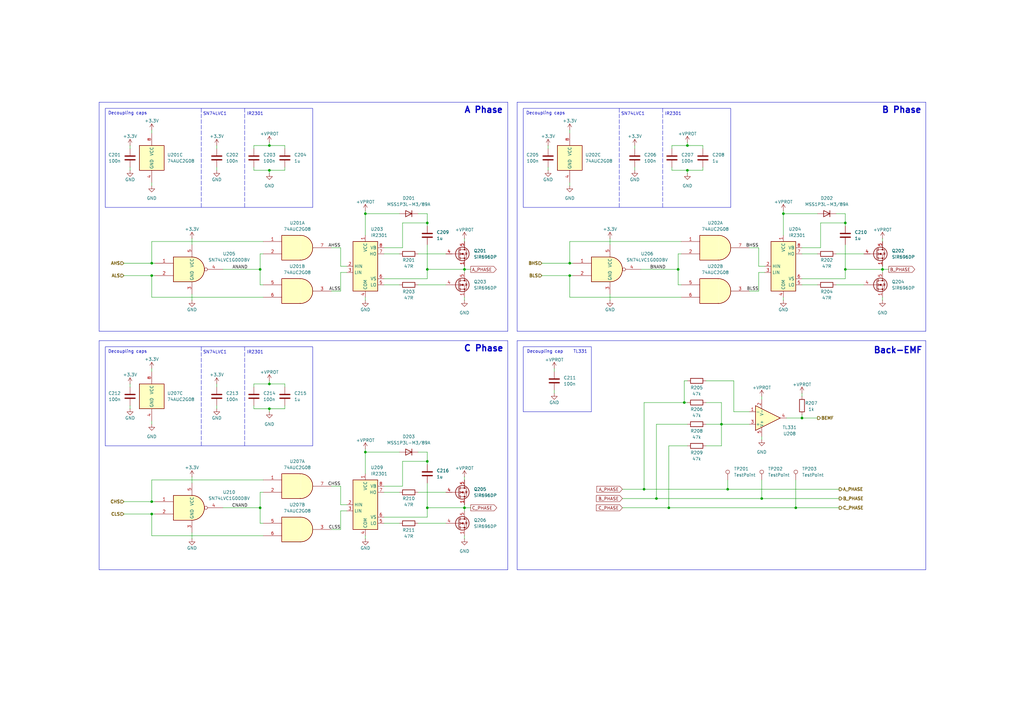
<source format=kicad_sch>
(kicad_sch (version 20250114) (generator "eeschema") (generator_version "9.0")
  (paper "A3")
  (title_block (title "SPROJ3EE ESC & BMS") (date "2025-10-25") (rev "1.0") (company "SDU") (comment 1 "Author: Theodor E. D. Hansen"))
  (lib_symbols
    (symbol "74xGxx:74AUC2G08"
      (property "Reference" "U" (at -2.54 3.81 0))
      (property "Value" "74AUC2G08" (at 0 -3.81 0))
      (symbol "74AUC2G08_1_1"
        (pin input line (at -15.24 2.54 0) (length 7.62) (name "~") (number "1"))
        (pin input line (at -15.24 -2.54 0) (length 7.62) (name "~") (number "2"))
        (pin output line (at 12.7 0 180) (length 7.62) (name "~") (number "7"))
      )
      (symbol "74AUC2G08_2_1"
        (pin input line (at -15.24 2.54 0) (length 7.62) (name "~") (number "5"))
        (pin input line (at -15.24 -2.54 0) (length 7.62) (name "~") (number "6"))
        (pin output line (at 12.7 0 180) (length 7.62) (name "~") (number "3"))
      )
      (symbol "74AUC2G08_3_1"
        (pin power_in line (at 0 10.16 270) (length 5.08) (name "VCC") (number "8"))
        (pin power_in line (at 0 -10.16 90) (length 5.08) (name "GND") (number "4"))
      )
    )
    (symbol "74xGxx:SN74LVC1G00DBV"
      (property "Reference" "U" (at -5.08 7.62 0))
      (property "Value" "SN74LVC1G00DBV" (at 7.62 -7.62 0))
      (symbol "SN74LVC1G00DBV_1_1"
        (pin input line (at -15.24 2.54 0) (length 7.62) (name "~") (number "1"))
        (pin input line (at -15.24 -2.54 0) (length 7.62) (name "~") (number "2"))
        (pin power_in line (at 0 10.16 270) (length 5.08) (name "VCC") (number "5"))
        (pin power_in line (at 0 -10.16 90) (length 5.08) (name "GND") (number "3"))
        (pin output inverted (at 12.7 0 180) (length 7.62) (name "~") (number "4"))
      )
    )
    (symbol "Comparator:TL331" (pin_names (offset 0.127))
      (property "Reference" "U" (at 1.27 5.08 0))
      (property "Value" "TL331" (at 3.81 -5.08 0))
      (symbol "TL331_1_1"
        (pin input line (at -7.62 2.54 0) (length 2.54) (name "+") (number "3"))
        (pin input line (at -7.62 -2.54 0) (length 2.54) (name "-") (number "1"))
        (pin power_in line (at -2.54 7.62 270) (length 3.81) (name "V+") (number "5"))
        (pin power_in line (at -2.54 -7.62 90) (length 3.81) (name "V-") (number "2"))
        (pin open_collector line (at 7.62 0 180) (length 2.54) (name "~") (number "4"))
      )
    )
    (symbol "Connector:TestPoint" (pin_numbers (hide yes)) (pin_names (offset 0.762) (hide yes))
      (property "Reference" "TP" (at 0 6.858 0))
      (property "Value" "TestPoint" (at 0 5.08 0))
      (symbol "TestPoint_1_1"
        (pin passive line (at 0 0 90) (length 2.54) (name "1") (number "1"))
      )
    )
    (symbol "Device:C" (pin_numbers (hide yes)) (pin_names (offset 0.254))
      (property "Reference" "C" (at 0.635 2.54 0))
      (property "Value" "C" (at 0.635 -2.54 0))
      (symbol "C_1_1"
        (pin passive line (at 0 3.81 270) (length 2.794) (name "~") (number "1"))
        (pin passive line (at 0 -3.81 90) (length 2.794) (name "~") (number "2"))
      )
    )
    (symbol "Device:R" (pin_numbers (hide yes)) (pin_names (offset 0))
      (property "Reference" "R" (at 2.032 0 90))
      (property "Value" "R" (at 0 0 90))
      (symbol "R_1_1"
        (pin passive line (at 0 3.81 270) (length 1.27) (name "~") (number "1"))
        (pin passive line (at 0 -3.81 90) (length 1.27) (name "~") (number "2"))
      )
    )
    (symbol "Diode:S2JTR" (pin_numbers (hide yes)) (pin_names (hide yes))
      (property "Reference" "D" (at 0 2.54 0))
      (property "Value" "S2JTR" (at 0 -2.54 0))
      (symbol "S2JTR_1_1"
        (pin passive line (at -3.81 0 0) (length 2.54) (name "K") (number "1"))
        (pin passive line (at 3.81 0 180) (length 2.54) (name "A") (number "2"))
      )
    )
    (symbol "Driver_FET:IR2301"
      (property "Reference" "U" (at 1.27 13.335 0))
      (property "Value" "IR2301" (at 1.27 11.43 0))
      (symbol "IR2301_1_1"
        (pin input line (at -7.62 0 0) (length 2.54) (name "HIN") (number "2"))
        (pin input line (at -7.62 -2.54 0) (length 2.54) (name "LIN") (number "3"))
        (pin power_in line (at 0 12.7 270) (length 2.54) (name "VCC") (number "1"))
        (pin power_in line (at 0 -12.7 90) (length 2.54) (name "COM") (number "4"))
        (pin passive line (at 7.62 7.62 180) (length 2.54) (name "VB") (number "8"))
        (pin output line (at 7.62 5.08 180) (length 2.54) (name "HO") (number "7"))
        (pin passive line (at 7.62 -5.08 180) (length 2.54) (name "VS") (number "6"))
        (pin output line (at 7.62 -7.62 180) (length 2.54) (name "LO") (number "5"))
      )
    )
    (symbol "Transistor_FET:SiR696DP" (pin_names (hide yes))
      (property "Reference" "Q" (at 5.08 1.905 0))
      (property "Value" "SiR696DP" (at 5.08 0 0))
      (symbol "SiR696DP_1_1"
        (pin input line (at -5.08 0 0) (length 2.54) (name "G") (number "4"))
        (pin passive line (at 2.54 5.08 270) (length 2.54) (name "D") (number "5"))
        (pin passive line (at 2.54 -5.08 90) (length 2.54) (name "S") (number "1"))
        (pin passive line (at 2.54 -5.08 90) (length 2.54) (hide yes) (name "S") (number "2"))
        (pin passive line (at 2.54 -5.08 90) (length 2.54) (hide yes) (name "S") (number "3"))
      )
    )
    (symbol "power:+3.3V" (power) (pin_numbers (hide yes)) (pin_names (offset 0) (hide yes))
      (property "Value" "+3.3V" (at 0 3.556 0))
      (symbol "+3.3V_1_1"
        (pin power_in line (at 0 0 90) (length 0) (name "~") (number "1"))
      )
    )
    (symbol "power:GND" (power) (pin_numbers (hide yes)) (pin_names (offset 0) (hide yes))
      (property "Value" "GND" (at 0 -3.81 0))
      (symbol "GND_1_1"
        (pin power_in line (at 0 0 270) (length 0) (name "~") (number "1"))
      )
    )
    (symbol "power:VBUS" (power) (pin_numbers (hide yes)) (pin_names (offset 0) (hide yes))
      (property "Value" "VBUS" (at 0 3.556 0))
      (symbol "VBUS_1_1"
        (pin power_in line (at 0 0 90) (length 0) (name "~") (number "1"))
      )
    )
  )
  (rectangle (start 212.09 41.91) (end 379.73 135.89))
  (rectangle (start 214.63 142.24) (end 242.57 168.91))
  (rectangle (start 214.63 44.45) (end 299.72 85.09))
  (rectangle (start 40.64 139.7) (end 208.28 233.68))
  (rectangle (start 43.18 44.45) (end 128.27 85.09))
  (rectangle (start 43.18 142.24) (end 128.27 182.88))
  (rectangle (start 40.64 41.91) (end 208.28 135.89))
  (rectangle (start 212.09 139.7) (end 379.73 233.68))
  (text "C Phase" (at 198.374 143.002 0) (effects (font (size 2.54 2.54) (thickness 0.508) (bold yes))))
  (text "SN74LVC1" (at 88.138 144.526 0) (effects (font (size 1.27 1.27))))
  (text "Decoupling caps" (at 223.774 46.482 0) (effects (font (size 1.27 1.27))))
  (text "TL331" (at 237.998 144.272 0) (effects (font (size 1.27 1.27))))
  (text "SN74LVC1" (at 88.138 46.736 0) (effects (font (size 1.27 1.27))))
  (text "SN74LVC1" (at 259.588 46.736 0) (effects (font (size 1.27 1.27))))
  (text "IR2301" (at 104.648 144.526 0) (effects (font (size 1.27 1.27))))
  (text "Decoupling caps" (at 52.324 144.272 0) (effects (font (size 1.27 1.27))))
  (text "Decoupling caps" (at 52.324 46.482 0) (effects (font (size 1.27 1.27))))
  (text "B Phase" (at 369.824 45.212 0) (effects (font (size 2.54 2.54) (thickness 0.508) (bold yes))))
  (text "IR2301" (at 276.098 46.736 0) (effects (font (size 1.27 1.27))))
  (text "Back-EMF" (at 368.3 143.764 0) (effects (font (size 2.54 2.54) (thickness 0.508) (bold yes))))
  (text "A Phase" (at 198.374 45.212 0) (effects (font (size 2.54 2.54) (thickness 0.508) (bold yes))))
  (text "Decoupling cap" (at 223.52 144.272 0) (effects (font (size 1.27 1.27))))
  (text "IR2301" (at 104.648 46.736 0) (effects (font (size 1.27 1.27))))
  (junction (at 175.26 91.44))
  (junction (at 62.23 210.82))
  (junction (at 190.5 208.28))
  (junction (at 149.86 87.63))
  (junction (at 175.26 208.28))
  (junction (at 278.13 110.49))
  (junction (at 175.26 110.49))
  (junction (at 321.31 87.63))
  (junction (at 346.71 91.44))
  (junction (at 149.86 185.42))
  (junction (at 110.49 59.69))
  (junction (at 190.5 110.49))
  (junction (at 281.94 59.69))
  (junction (at 175.26 189.23))
  (junction (at 62.23 205.74))
  (junction (at 328.93 171.45))
  (junction (at 110.49 69.85))
  (junction (at 298.45 200.66))
  (junction (at 233.68 107.95))
  (junction (at 281.94 69.85))
  (junction (at 312.42 204.47))
  (junction (at 361.95 110.49))
  (junction (at 106.68 110.49))
  (junction (at 346.71 110.49))
  (junction (at 62.23 107.95))
  (junction (at 280.67 165.1))
  (junction (at 110.49 157.48))
  (junction (at 326.39 208.28))
  (junction (at 233.68 113.03))
  (junction (at 106.68 208.28))
  (junction (at 264.16 200.66))
  (junction (at 269.24 204.47))
  (junction (at 295.91 173.99))
  (junction (at 110.49 167.64))
  (junction (at 62.23 113.03))
  (junction (at 274.32 208.28))
  (wire (pts (xy 346.71 110.49) (xy 361.95 110.49)))
  (wire (pts (xy 298.45 196.85) (xy 298.45 200.66)))
  (wire (pts (xy 139.7 217.17) (xy 139.7 209.55)))
  (wire (pts (xy 107.95 99.06) (xy 62.23 99.06)))
  (wire (pts (xy 233.68 99.06) (xy 233.68 107.95)))
  (wire (pts (xy 175.26 100.33) (xy 175.26 110.49)))
  (wire (pts (xy 274.32 208.28) (xy 326.39 208.28)))
  (wire (pts (xy 361.95 110.49) (xy 364.49 110.49)))
  (wire (pts (xy 62.23 113.03) (xy 63.5 113.03)))
  (wire (pts (xy 53.34 166.37) (xy 53.34 167.64)))
  (wire (pts (xy 346.71 114.3) (xy 346.71 110.49)))
  (wire (pts (xy 175.26 91.44) (xy 175.26 92.71)))
  (wire (pts (xy 50.8 107.95) (xy 62.23 107.95)))
  (wire (pts (xy 50.8 205.74) (xy 62.23 205.74)))
  (wire (pts (xy 175.26 208.28) (xy 190.5 208.28)))
  (wire (pts (xy 62.23 107.95) (xy 63.5 107.95)))
  (wire (pts (xy 361.95 97.79) (xy 361.95 99.06)))
  (wire (pts (xy 274.32 182.88) (xy 281.94 182.88)))
  (polyline (pts (xy 82.55 142.24) (xy 82.55 182.88)) (stroke (width 0) (type dash)))
  (wire (pts (xy 280.67 165.1) (xy 281.94 165.1)))
  (wire (pts (xy 139.7 209.55) (xy 142.24 209.55)))
  (wire (pts (xy 233.68 53.34) (xy 233.68 54.61)))
  (wire (pts (xy 157.48 214.63) (xy 163.83 214.63)))
  (wire (pts (xy 264.16 165.1) (xy 280.67 165.1)))
  (wire (pts (xy 171.45 116.84) (xy 182.88 116.84)))
  (wire (pts (xy 175.26 185.42) (xy 175.26 189.23)))
  (wire (pts (xy 233.68 113.03) (xy 234.95 113.03)))
  (wire (pts (xy 311.15 101.6) (xy 311.15 109.22)))
  (wire (pts (xy 106.68 110.49) (xy 106.68 116.84)))
  (wire (pts (xy 106.68 110.49) (xy 106.68 104.14)))
  (wire (pts (xy 321.31 87.63) (xy 321.31 96.52)))
  (wire (pts (xy 328.93 161.29) (xy 328.93 162.56)))
  (wire (pts (xy 116.84 158.75) (xy 116.84 157.48)))
  (wire (pts (xy 107.95 219.71) (xy 62.23 219.71)))
  (wire (pts (xy 269.24 173.99) (xy 269.24 204.47)))
  (polyline (pts (xy 271.78 44.45) (xy 271.78 85.09)) (stroke (width 0) (type dash)))
  (wire (pts (xy 346.71 91.44) (xy 346.71 92.71)))
  (wire (pts (xy 157.48 199.39) (xy 165.1 199.39)))
  (wire (pts (xy 262.89 110.49) (xy 278.13 110.49)))
  (wire (pts (xy 298.45 200.66) (xy 344.17 200.66)))
  (wire (pts (xy 91.44 208.28) (xy 106.68 208.28)))
  (wire (pts (xy 279.4 116.84) (xy 278.13 116.84)))
  (wire (pts (xy 328.93 114.3) (xy 346.71 114.3)))
  (wire (pts (xy 62.23 99.06) (xy 62.23 107.95)))
  (wire (pts (xy 110.49 69.85) (xy 110.49 71.12)))
  (wire (pts (xy 269.24 173.99) (xy 281.94 173.99)))
  (wire (pts (xy 346.71 87.63) (xy 346.71 91.44)))
  (wire (pts (xy 104.14 157.48) (xy 104.14 158.75)))
  (wire (pts (xy 255.27 200.66) (xy 264.16 200.66)))
  (wire (pts (xy 227.33 160.02) (xy 227.33 161.29)))
  (wire (pts (xy 190.5 110.49) (xy 193.04 110.49)))
  (wire (pts (xy 326.39 196.85) (xy 326.39 208.28)))
  (wire (pts (xy 281.94 58.42) (xy 281.94 59.69)))
  (wire (pts (xy 336.55 91.44) (xy 346.71 91.44)))
  (wire (pts (xy 157.48 114.3) (xy 175.26 114.3)))
  (wire (pts (xy 171.45 104.14) (xy 182.88 104.14)))
  (wire (pts (xy 361.95 121.92) (xy 361.95 123.19)))
  (wire (pts (xy 88.9 157.48) (xy 88.9 158.75)))
  (wire (pts (xy 104.14 59.69) (xy 104.14 60.96)))
  (wire (pts (xy 274.32 182.88) (xy 274.32 208.28)))
  (wire (pts (xy 321.31 121.92) (xy 321.31 123.19)))
  (wire (pts (xy 328.93 171.45) (xy 335.28 171.45)))
  (wire (pts (xy 135.89 119.38) (xy 139.7 119.38)))
  (wire (pts (xy 149.86 219.71) (xy 149.86 220.98)))
  (wire (pts (xy 78.74 120.65) (xy 78.74 123.19)))
  (wire (pts (xy 279.4 121.92) (xy 233.68 121.92)))
  (wire (pts (xy 62.23 196.85) (xy 62.23 205.74)))
  (wire (pts (xy 295.91 173.99) (xy 307.34 173.99)))
  (wire (pts (xy 307.34 119.38) (xy 311.15 119.38)))
  (wire (pts (xy 326.39 208.28) (xy 344.17 208.28)))
  (wire (pts (xy 281.94 69.85) (xy 281.94 71.12)))
  (wire (pts (xy 255.27 208.28) (xy 274.32 208.28)))
  (wire (pts (xy 328.93 116.84) (xy 335.28 116.84)))
  (wire (pts (xy 321.31 86.36) (xy 321.31 87.63)))
  (wire (pts (xy 312.42 162.56) (xy 312.42 163.83)))
  (wire (pts (xy 224.79 68.58) (xy 224.79 69.85)))
  (wire (pts (xy 278.13 110.49) (xy 278.13 116.84)))
  (wire (pts (xy 264.16 165.1) (xy 264.16 200.66)))
  (wire (pts (xy 116.84 60.96) (xy 116.84 59.69)))
  (wire (pts (xy 139.7 109.22) (xy 142.24 109.22)))
  (wire (pts (xy 190.5 121.92) (xy 190.5 123.19)))
  (wire (pts (xy 171.45 87.63) (xy 175.26 87.63)))
  (wire (pts (xy 361.95 110.49) (xy 361.95 111.76)))
  (wire (pts (xy 106.68 208.28) (xy 106.68 214.63)))
  (wire (pts (xy 233.68 107.95) (xy 234.95 107.95)))
  (wire (pts (xy 50.8 113.03) (xy 62.23 113.03)))
  (wire (pts (xy 281.94 59.69) (xy 275.59 59.69)))
  (wire (pts (xy 104.14 167.64) (xy 110.49 167.64)))
  (wire (pts (xy 171.45 201.93) (xy 182.88 201.93)))
  (wire (pts (xy 278.13 104.14) (xy 279.4 104.14)))
  (wire (pts (xy 149.86 86.36) (xy 149.86 87.63)))
  (wire (pts (xy 149.86 185.42) (xy 163.83 185.42)))
  (wire (pts (xy 165.1 101.6) (xy 165.1 91.44)))
  (wire (pts (xy 224.79 59.69) (xy 224.79 60.96)))
  (wire (pts (xy 139.7 111.76) (xy 142.24 111.76)))
  (wire (pts (xy 104.14 166.37) (xy 104.14 167.64)))
  (wire (pts (xy 346.71 100.33) (xy 346.71 110.49)))
  (wire (pts (xy 311.15 119.38) (xy 311.15 111.76)))
  (wire (pts (xy 171.45 214.63) (xy 182.88 214.63)))
  (wire (pts (xy 190.5 207.01) (xy 190.5 208.28)))
  (wire (pts (xy 135.89 199.39) (xy 139.7 199.39)))
  (wire (pts (xy 255.27 204.47) (xy 269.24 204.47)))
  (wire (pts (xy 62.23 219.71) (xy 62.23 210.82)))
  (wire (pts (xy 289.56 173.99) (xy 295.91 173.99)))
  (wire (pts (xy 110.49 157.48) (xy 104.14 157.48)))
  (wire (pts (xy 328.93 101.6) (xy 336.55 101.6)))
  (wire (pts (xy 149.86 184.15) (xy 149.86 185.42)))
  (wire (pts (xy 269.24 204.47) (xy 312.42 204.47)))
  (wire (pts (xy 260.35 59.69) (xy 260.35 60.96)))
  (wire (pts (xy 149.86 87.63) (xy 149.86 96.52)))
  (wire (pts (xy 175.26 114.3) (xy 175.26 110.49)))
  (wire (pts (xy 300.99 156.21) (xy 300.99 168.91)))
  (wire (pts (xy 107.95 196.85) (xy 62.23 196.85)))
  (wire (pts (xy 135.89 101.6) (xy 139.7 101.6)))
  (wire (pts (xy 157.48 101.6) (xy 165.1 101.6)))
  (wire (pts (xy 157.48 104.14) (xy 163.83 104.14)))
  (wire (pts (xy 190.5 97.79) (xy 190.5 99.06)))
  (wire (pts (xy 175.26 198.12) (xy 175.26 208.28)))
  (wire (pts (xy 104.14 69.85) (xy 110.49 69.85)))
  (wire (pts (xy 139.7 199.39) (xy 139.7 207.01)))
  (wire (pts (xy 110.49 59.69) (xy 104.14 59.69)))
  (wire (pts (xy 110.49 167.64) (xy 110.49 168.91)))
  (wire (pts (xy 275.59 69.85) (xy 281.94 69.85)))
  (wire (pts (xy 280.67 156.21) (xy 280.67 165.1)))
  (wire (pts (xy 342.9 104.14) (xy 354.33 104.14)))
  (wire (pts (xy 62.23 205.74) (xy 63.5 205.74)))
  (wire (pts (xy 175.26 87.63) (xy 175.26 91.44)))
  (wire (pts (xy 279.4 99.06) (xy 233.68 99.06)))
  (polyline (pts (xy 254 44.45) (xy 254 85.09)) (stroke (width 0) (type dash)))
  (wire (pts (xy 165.1 91.44) (xy 175.26 91.44)))
  (wire (pts (xy 62.23 172.72) (xy 62.23 173.99)))
  (wire (pts (xy 62.23 210.82) (xy 63.5 210.82)))
  (wire (pts (xy 295.91 182.88) (xy 295.91 173.99)))
  (wire (pts (xy 149.86 87.63) (xy 163.83 87.63)))
  (wire (pts (xy 312.42 204.47) (xy 344.17 204.47)))
  (wire (pts (xy 78.74 195.58) (xy 78.74 198.12)))
  (wire (pts (xy 116.84 167.64) (xy 116.84 166.37)))
  (wire (pts (xy 311.15 109.22) (xy 313.69 109.22)))
  (wire (pts (xy 281.94 156.21) (xy 280.67 156.21)))
  (wire (pts (xy 110.49 167.64) (xy 116.84 167.64)))
  (wire (pts (xy 107.95 116.84) (xy 106.68 116.84)))
  (wire (pts (xy 107.95 121.92) (xy 62.23 121.92)))
  (wire (pts (xy 53.34 68.58) (xy 53.34 69.85)))
  (wire (pts (xy 157.48 116.84) (xy 163.83 116.84)))
  (wire (pts (xy 106.68 104.14) (xy 107.95 104.14)))
  (wire (pts (xy 307.34 101.6) (xy 311.15 101.6)))
  (wire (pts (xy 175.26 212.09) (xy 175.26 208.28)))
  (wire (pts (xy 104.14 68.58) (xy 104.14 69.85)))
  (wire (pts (xy 227.33 151.13) (xy 227.33 152.4)))
  (wire (pts (xy 190.5 208.28) (xy 190.5 209.55)))
  (wire (pts (xy 106.68 201.93) (xy 107.95 201.93)))
  (wire (pts (xy 110.49 58.42) (xy 110.49 59.69)))
  (wire (pts (xy 190.5 208.28) (xy 193.04 208.28)))
  (wire (pts (xy 275.59 59.69) (xy 275.59 60.96)))
  (wire (pts (xy 135.89 217.17) (xy 139.7 217.17)))
  (wire (pts (xy 233.68 121.92) (xy 233.68 113.03)))
  (wire (pts (xy 275.59 68.58) (xy 275.59 69.85)))
  (wire (pts (xy 62.23 53.34) (xy 62.23 54.61)))
  (wire (pts (xy 91.44 110.49) (xy 106.68 110.49)))
  (wire (pts (xy 328.93 171.45) (xy 328.93 170.18)))
  (wire (pts (xy 62.23 151.13) (xy 62.23 152.4)))
  (wire (pts (xy 110.49 156.21) (xy 110.49 157.48)))
  (wire (pts (xy 116.84 69.85) (xy 116.84 68.58)))
  (wire (pts (xy 190.5 219.71) (xy 190.5 220.98)))
  (wire (pts (xy 62.23 74.93) (xy 62.23 76.2)))
  (wire (pts (xy 288.29 69.85) (xy 288.29 68.58)))
  (polyline (pts (xy 100.33 142.24) (xy 100.33 182.88)) (stroke (width 0) (type dash)))
  (wire (pts (xy 110.49 69.85) (xy 116.84 69.85)))
  (wire (pts (xy 106.68 208.28) (xy 106.68 201.93)))
  (wire (pts (xy 278.13 110.49) (xy 278.13 104.14)))
  (wire (pts (xy 165.1 189.23) (xy 175.26 189.23)))
  (wire (pts (xy 53.34 59.69) (xy 53.34 60.96)))
  (wire (pts (xy 281.94 69.85) (xy 288.29 69.85)))
  (wire (pts (xy 289.56 182.88) (xy 295.91 182.88)))
  (wire (pts (xy 149.86 121.92) (xy 149.86 123.19)))
  (wire (pts (xy 78.74 97.79) (xy 78.74 100.33)))
  (wire (pts (xy 311.15 111.76) (xy 313.69 111.76)))
  (wire (pts (xy 175.26 189.23) (xy 175.26 190.5)))
  (wire (pts (xy 88.9 166.37) (xy 88.9 167.64)))
  (wire (pts (xy 289.56 156.21) (xy 300.99 156.21)))
  (wire (pts (xy 328.93 104.14) (xy 335.28 104.14)))
  (wire (pts (xy 250.19 120.65) (xy 250.19 123.19)))
  (wire (pts (xy 116.84 59.69) (xy 110.49 59.69)))
  (wire (pts (xy 139.7 101.6) (xy 139.7 109.22)))
  (wire (pts (xy 342.9 87.63) (xy 346.71 87.63)))
  (wire (pts (xy 53.34 157.48) (xy 53.34 158.75)))
  (wire (pts (xy 149.86 185.42) (xy 149.86 194.31)))
  (wire (pts (xy 233.68 74.93) (xy 233.68 76.2)))
  (wire (pts (xy 175.26 110.49) (xy 190.5 110.49)))
  (wire (pts (xy 107.95 214.63) (xy 106.68 214.63)))
  (wire (pts (xy 342.9 116.84) (xy 354.33 116.84)))
  (wire (pts (xy 165.1 199.39) (xy 165.1 189.23)))
  (wire (pts (xy 336.55 101.6) (xy 336.55 91.44)))
  (wire (pts (xy 88.9 68.58) (xy 88.9 69.85)))
  (wire (pts (xy 190.5 195.58) (xy 190.5 196.85)))
  (wire (pts (xy 288.29 60.96) (xy 288.29 59.69)))
  (wire (pts (xy 222.25 107.95) (xy 233.68 107.95)))
  (wire (pts (xy 88.9 59.69) (xy 88.9 60.96)))
  (wire (pts (xy 139.7 207.01) (xy 142.24 207.01)))
  (wire (pts (xy 139.7 119.38) (xy 139.7 111.76)))
  (wire (pts (xy 190.5 109.22) (xy 190.5 110.49)))
  (wire (pts (xy 157.48 212.09) (xy 175.26 212.09)))
  (wire (pts (xy 157.48 201.93) (xy 163.83 201.93)))
  (wire (pts (xy 321.31 87.63) (xy 335.28 87.63)))
  (wire (pts (xy 300.99 168.91) (xy 307.34 168.91)))
  (wire (pts (xy 62.23 121.92) (xy 62.23 113.03)))
  (wire (pts (xy 322.58 171.45) (xy 328.93 171.45)))
  (wire (pts (xy 264.16 200.66) (xy 298.45 200.66)))
  (wire (pts (xy 260.35 68.58) (xy 260.35 69.85)))
  (wire (pts (xy 222.25 113.03) (xy 233.68 113.03)))
  (wire (pts (xy 295.91 165.1) (xy 295.91 173.99)))
  (polyline (pts (xy 100.33 44.45) (xy 100.33 85.09)) (stroke (width 0) (type dash)))
  (wire (pts (xy 289.56 165.1) (xy 295.91 165.1)))
  (wire (pts (xy 312.42 179.07) (xy 312.42 180.34)))
  (wire (pts (xy 78.74 218.44) (xy 78.74 220.98)))
  (wire (pts (xy 50.8 210.82) (xy 62.23 210.82)))
  (polyline (pts (xy 82.55 44.45) (xy 82.55 85.09)) (stroke (width 0) (type dash)))
  (wire (pts (xy 171.45 185.42) (xy 175.26 185.42)))
  (wire (pts (xy 312.42 196.85) (xy 312.42 204.47)))
  (wire (pts (xy 250.19 97.79) (xy 250.19 100.33)))
  (wire (pts (xy 190.5 110.49) (xy 190.5 111.76)))
  (wire (pts (xy 116.84 157.48) (xy 110.49 157.48)))
  (wire (pts (xy 361.95 109.22) (xy 361.95 110.49)))
  (wire (pts (xy 288.29 59.69) (xy 281.94 59.69)))
  (label "CHSS" (at 139.7 199.39 180))
  (label "BLSS" (at 311.15 119.38 180))
  (label "CLSS" (at 139.7 217.17 180))
  (label "BHSS" (at 311.15 101.6 180))
  (label "AHSS" (at 139.7 101.6 180))
  (label "BNAND" (at 273.05 110.49 180))
  (label "ANAND" (at 101.6 110.49 180))
  (label "ALSS" (at 139.7 119.38 180))
  (label "CNAND" (at 101.6 208.28 180))
  (global_label "B_PHASE" (shape output) (at 364.49 110.49 0) (property "Intersheetrefs" "${INTERSHEET_REFS}" (effects (hide yes))))
  (global_label "C_PHASE" (shape output) (at 193.04 208.28 0) (property "Intersheetrefs" "${INTERSHEET_REFS}" (effects (hide yes))))
  (global_label "C_PHASE" (shape input) (at 255.27 208.28 180) (property "Intersheetrefs" "${INTERSHEET_REFS}" (effects (hide yes))))
  (global_label "A_PHASE" (shape input) (at 255.27 200.66 180) (property "Intersheetrefs" "${INTERSHEET_REFS}" (effects (hide yes))))
  (global_label "A_PHASE" (shape output) (at 193.04 110.49 0) (property "Intersheetrefs" "${INTERSHEET_REFS}" (effects (hide yes))))
  (global_label "B_PHASE" (shape input) (at 255.27 204.47 180) (property "Intersheetrefs" "${INTERSHEET_REFS}" (effects (hide yes))))
  (hierarchical_label "A_PHASE" (shape output) (at 344.17 200.66 0) (effects (font (thickness 0.254) (bold yes))))
  (hierarchical_label "AHS" (shape input) (at 50.8 107.95 180) (effects (font (thickness 0.254) (bold yes))))
  (hierarchical_label "BHS" (shape input) (at 222.25 107.95 180) (effects (font (thickness 0.254) (bold yes))))
  (hierarchical_label "B_PHASE" (shape output) (at 344.17 204.47 0) (effects (font (thickness 0.254) (bold yes))))
  (hierarchical_label "ALS" (shape input) (at 50.8 113.03 180) (effects (font (thickness 0.254) (bold yes))))
  (hierarchical_label "CLS" (shape input) (at 50.8 210.82 180) (effects (font (thickness 0.254) (bold yes))))
  (hierarchical_label "CHS" (shape input) (at 50.8 205.74 180) (effects (font (thickness 0.254) (bold yes))))
  (hierarchical_label "BEMF" (shape output) (at 335.28 171.45 0) (effects (font (thickness 0.254) (bold yes))))
  (hierarchical_label "C_PHASE" (shape output) (at 344.17 208.28 0) (effects (font (thickness 0.254) (bold yes))))
  (hierarchical_label "BLS" (shape input) (at 222.25 113.03 180) (effects (font (thickness 0.254) (bold yes))))
  (symbol (lib_id "power:VBUS") (at 110.49 58.42 0) (unit 1)
    (property "Reference" "#PWR0235" (effects (hide yes)))
    (property "Value" "+VPROT" (at 110.49 54.864 0))
    (property "Description" "Power symbol creates a global label with name \"VBUS\"" (effects (hide yes)))
  )
  (symbol (lib_id "power:GND") (at 312.42 180.34 0) (unit 1)
    (property "Reference" "#PWR0241" (effects (hide yes)))
    (property "Value" "GND" (at 312.42 185.42 0))
    (property "Description" "Power symbol creates a global label with name \"GND\" , ground" (effects (hide yes)))
  )
  (symbol (lib_id "power:GND") (at 149.86 220.98 0) (unit 1)
    (property "Reference" "#PWR0246" (effects (hide yes)))
    (property "Value" "GND" (at 149.86 224.79 0))
    (property "Description" "Power symbol creates a global label with name \"GND\" , ground" (effects (hide yes)))
  )
  (symbol (lib_id "Device:R") (at 285.75 173.99 90) (unit 1)
    (property "Reference" "R208" (at 285.75 176.784 90))
    (property "Value" "47k" (at 285.75 179.324 90))
    (property "Footprint" "Resistor_SMD:R_0603_1608Metric" (effects (hide yes)))
    (property "Description" "Resistor" (effects (hide yes)))
  )
  (symbol (lib_id "Transistor_FET:SiR696DP") (at 187.96 201.93 0) (unit 1)
    (property "Reference" "Q205" (at 194.31 200.6599 0) (effects (justify left)))
    (property "Value" "SiR696DP" (at 194.31 203.1999 0) (effects (justify left)))
    (property "Footprint" "Package_SO:PowerPAK_SO-8_Single" (effects (hide yes)))
    (property "Datasheet" "https://www.vishay.com/docs/65689/sir696dp.pdf" (effects (hide yes)))
    (property "Description" "60A Id, 125V Vds N-Channel MOSFET, 9.6mOhm Ron, 19.4 nC Qg(typ), PowerPAK-8" (effects (hide yes)))
  )
  (symbol (lib_id "Device:R") (at 339.09 116.84 90) (unit 1)
    (property "Reference" "R204" (at 339.09 119.634 90))
    (property "Value" "47R" (at 339.09 122.174 90))
    (property "Footprint" "Resistor_SMD:R_0603_1608Metric" (effects (hide yes)))
    (property "Description" "Resistor" (effects (hide yes)))
  )
  (symbol (lib_id "74xGxx:74AUC2G08") (at 294.64 101.6 0) (unit 1)
    (property "Reference" "U202" (at 293.3589 91.44 0))
    (property "Value" "74AUC2G08" (at 293.3589 93.98 0))
    (property "Footprint" "Package_SO:SSOP-8_2.95x2.8mm_P0.65mm" (effects (hide yes)))
    (property "Datasheet" "http://www.ti.com/lit/sg/scyt129e/scyt129e.pdf" (effects (hide yes)))
    (property "Description" "Dual AND Gate, Low-Voltage CMOS" (effects (hide yes)))
  )
  (symbol (lib_id "power:VBUS") (at 281.94 58.42 0) (unit 1)
    (property "Reference" "#PWR0231" (effects (hide yes)))
    (property "Value" "+VPROT" (at 281.94 54.864 0))
    (property "Description" "Power symbol creates a global label with name \"VBUS\"" (effects (hide yes)))
  )
  (symbol (lib_id "power:GND") (at 281.94 71.12 0) (unit 1)
    (property "Reference" "#PWR0214" (effects (hide yes)))
    (property "Value" "GND" (at 281.94 76.2 0))
    (property "Description" "Power symbol creates a global label with name \"GND\" , ground" (effects (hide yes)))
  )
  (symbol (lib_id "power:GND") (at 88.9 69.85 0) (unit 1)
    (property "Reference" "#PWR0210" (effects (hide yes)))
    (property "Value" "GND" (at 88.9 73.66 0))
    (property "Description" "Power symbol creates a global label with name \"GND\" , ground" (effects (hide yes)))
  )
  (symbol (lib_id "Driver_FET:IR2301") (at 321.31 109.22 0) (unit 1)
    (property "Reference" "U204" (at 323.4533 93.98 0) (effects (justify left)))
    (property "Value" "IR2301" (at 323.4533 96.52 0) (effects (justify left)))
    (property "Footprint" "Package_SO:SOIC-8_3.9x4.9mm_P1.27mm" (effects (hide yes)))
    (property "Datasheet" "https://www.infineon.com/dgdl/ir2301.pdf?fileId=5546d462533600a4015355c97bb216dc" (effects (hide yes)))
    (property "Description" "High and Low Side Driver, 600V, 200/350mA, PDIP-8/SOIC-8" (effects (hide yes)))
  )
  (symbol (lib_id "Transistor_FET:SiR696DP") (at 359.41 104.14 0) (unit 1)
    (property "Reference" "Q202" (at 365.76 102.8699 0) (effects (justify left)))
    (property "Value" "SiR696DP" (at 365.76 105.4099 0) (effects (justify left)))
    (property "Footprint" "Package_SO:PowerPAK_SO-8_Single" (effects (hide yes)))
    (property "Datasheet" "https://www.vishay.com/docs/65689/sir696dp.pdf" (effects (hide yes)))
    (property "Description" "60A Id, 125V Vds N-Channel MOSFET, 9.6mOhm Ron, 19.4 nC Qg(typ), PowerPAK-8" (effects (hide yes)))
  )
  (symbol (lib_id "power:+3.3V") (at 224.79 59.69 0) (unit 1)
    (property "Reference" "#PWR0207" (effects (hide yes)))
    (property "Value" "+3.3V" (at 224.79 55.88 0))
    (property "Description" "Power symbol creates a global label with name \"+3.3V\"" (effects (hide yes)))
  )
  (symbol (lib_id "Device:C") (at 346.71 96.52 0) (unit 1)
    (property "Reference" "C210" (at 350.52 95.2499 0) (effects (justify left)))
    (property "Value" "1u" (at 350.52 97.7899 0) (effects (justify left)))
    (property "Footprint" "Capacitor_SMD:C_0603_1608Metric" (effects (hide yes)))
    (property "Description" "Unpolarized capacitor" (effects (hide yes)))
  )
  (symbol (lib_id "power:VBUS") (at 328.93 161.29 0) (unit 1)
    (property "Reference" "#PWR0242" (effects (hide yes)))
    (property "Value" "+VPROT" (at 328.93 157.734 0))
    (property "Description" "Power symbol creates a global label with name \"VBUS\"" (effects (hide yes)))
  )
  (symbol (lib_id "power:+3.3V") (at 62.23 53.34 0) (unit 1)
    (property "Reference" "#PWR0201" (effects (hide yes)))
    (property "Value" "+3.3V" (at 62.23 49.53 0))
    (property "Description" "Power symbol creates a global label with name \"+3.3V\"" (effects (hide yes)))
  )
  (symbol (lib_id "power:GND") (at 149.86 123.19 0) (unit 1)
    (property "Reference" "#PWR0224" (effects (hide yes)))
    (property "Value" "GND" (at 149.86 127 0))
    (property "Description" "Power symbol creates a global label with name \"GND\" , ground" (effects (hide yes)))
  )
  (symbol (lib_id "Device:R") (at 167.64 201.93 90) (unit 1)
    (property "Reference" "R210" (at 167.64 204.47 90))
    (property "Value" "47R" (at 167.64 207.01 90))
    (property "Footprint" "Resistor_SMD:R_0603_1608Metric" (effects (hide yes)))
    (property "Description" "Resistor" (effects (hide yes)))
  )
  (symbol (lib_id "power:+3.3V") (at 88.9 59.69 0) (unit 1)
    (property "Reference" "#PWR0206" (effects (hide yes)))
    (property "Value" "+3.3V" (at 88.9 55.88 0))
    (property "Description" "Power symbol creates a global label with name \"+3.3V\"" (effects (hide yes)))
  )
  (symbol (lib_id "power:GND") (at 53.34 167.64 0) (unit 1)
    (property "Reference" "#PWR0237" (effects (hide yes)))
    (property "Value" "GND" (at 53.34 171.45 0))
    (property "Description" "Power symbol creates a global label with name \"GND\" , ground" (effects (hide yes)))
  )
  (symbol (lib_id "power:GND") (at 62.23 76.2 0) (unit 1)
    (property "Reference" "#PWR0215" (effects (hide yes)))
    (property "Value" "GND" (at 62.23 81.28 0))
    (property "Description" "Power symbol creates a global label with name \"GND\" , ground" (effects (hide yes)))
  )
  (symbol (lib_id "power:+3.3V") (at 78.74 97.79 0) (unit 1)
    (property "Reference" "#PWR0219" (effects (hide yes)))
    (property "Value" "+3.3V" (at 78.74 93.98 0))
    (property "Description" "Power symbol creates a global label with name \"+3.3V\"" (effects (hide yes)))
  )
  (symbol (lib_id "power:+3.3V") (at 260.35 59.69 0) (unit 1)
    (property "Reference" "#PWR0208" (effects (hide yes)))
    (property "Value" "+3.3V" (at 260.35 55.88 0))
    (property "Description" "Power symbol creates a global label with name \"+3.3V\"" (effects (hide yes)))
  )
  (symbol (lib_id "Connector:TestPoint") (at 312.42 196.85 0) (unit 1)
    (property "Reference" "TP202" (at 314.96 192.2779 0) (effects (justify left)))
    (property "Value" "TestPoint" (at 314.96 194.8179 0) (effects (justify left)))
    (property "Description" "test point" (effects (hide yes)))
  )
  (symbol (lib_id "power:VBUS") (at 321.31 86.36 0) (unit 1)
    (property "Reference" "#PWR0220" (effects (hide yes)))
    (property "Value" "+VPROT" (at 321.31 82.804 0))
    (property "Description" "Power symbol creates a global label with name \"VBUS\"" (effects (hide yes)))
  )
  (symbol (lib_id "power:+3.3V") (at 78.74 195.58 0) (unit 1)
    (property "Reference" "#PWR0243" (effects (hide yes)))
    (property "Value" "+3.3V" (at 78.74 191.77 0))
    (property "Description" "Power symbol creates a global label with name \"+3.3V\"" (effects (hide yes)))
  )
  (symbol (lib_id "Diode:S2JTR") (at 339.09 87.63 180) (unit 1)
    (property "Reference" "D202" (at 339.09 81.28 0))
    (property "Value" "MSS1P3L-M3/89A" (at 339.09 83.82 0))
    (property "Footprint" "Diode_SMD:Vishay_SMPA" (effects (hide yes)))
    (property "Datasheet" "https://www.vishay.com/docs/89020/mss1p3l.pdf" (effects (hide yes)))
    (property "Description" "600V 2A General Purpose Rectifier Diode, SMB" (effects (hide yes)))
    (property "Sim.Device" "D" (effects (hide yes)))
    (property "Sim.Pins" "1=K 2=A" (effects (hide yes)))
  )
  (symbol (lib_id "power:GND") (at 62.23 173.99 0) (unit 1)
    (property "Reference" "#PWR0240" (effects (hide yes)))
    (property "Value" "GND" (at 62.23 179.07 0))
    (property "Description" "Power symbol creates a global label with name \"GND\" , ground" (effects (hide yes)))
  )
  (symbol (lib_id "power:+3.3V") (at 88.9 157.48 0) (unit 1)
    (property "Reference" "#PWR0233" (effects (hide yes)))
    (property "Value" "+3.3V" (at 88.9 153.67 0))
    (property "Description" "Power symbol creates a global label with name \"+3.3V\"" (effects (hide yes)))
  )
  (symbol (lib_id "Transistor_FET:SiR696DP") (at 187.96 104.14 0) (unit 1)
    (property "Reference" "Q201" (at 194.31 102.8699 0) (effects (justify left)))
    (property "Value" "SiR696DP" (at 194.31 105.4099 0) (effects (justify left)))
    (property "Footprint" "Package_SO:PowerPAK_SO-8_Single" (effects (hide yes)))
    (property "Datasheet" "https://www.vishay.com/docs/65689/sir696dp.pdf" (effects (hide yes)))
    (property "Description" "60A Id, 125V Vds N-Channel MOSFET, 9.6mOhm Ron, 19.4 nC Qg(typ), PowerPAK-8" (effects (hide yes)))
  )
  (symbol (lib_id "Connector:TestPoint") (at 298.45 196.85 0) (unit 1)
    (property "Reference" "TP201" (at 300.99 192.2779 0) (effects (justify left)))
    (property "Value" "TestPoint" (at 300.99 194.8179 0) (effects (justify left)))
    (property "Description" "test point" (effects (hide yes)))
  )
  (symbol (lib_id "power:GND") (at 361.95 123.19 0) (unit 1)
    (property "Reference" "#PWR0228" (effects (hide yes)))
    (property "Value" "GND" (at 361.95 128.27 0))
    (property "Description" "Power symbol creates a global label with name \"GND\" , ground" (effects (hide yes)))
  )
  (symbol (lib_id "Device:R") (at 328.93 166.37 180) (unit 1)
    (property "Reference" "R207" (at 332.74 165.354 0))
    (property "Value" "1k" (at 332.74 167.894 0))
    (property "Footprint" "Resistor_SMD:R_0603_1608Metric" (effects (hide yes)))
    (property "Description" "Resistor" (effects (hide yes)))
  )
  (symbol (lib_id "Device:C") (at 116.84 162.56 0) (unit 1)
    (property "Reference" "C215" (at 120.65 161.2899 0) (effects (justify left)))
    (property "Value" "1u" (at 120.65 163.8299 0) (effects (justify left)))
    (property "Footprint" "Capacitor_SMD:C_0603_1608Metric" (effects (hide yes)))
    (property "Description" "Unpolarized capacitor" (effects (hide yes)))
  )
  (symbol (lib_id "Device:C") (at 88.9 64.77 0) (unit 1)
    (property "Reference" "C202" (at 92.71 63.4999 0) (effects (justify left)))
    (property "Value" "100n" (at 92.71 66.0399 0) (effects (justify left)))
    (property "Footprint" "Capacitor_SMD:C_0603_1608Metric" (effects (hide yes)))
    (property "Description" "Unpolarized capacitor" (effects (hide yes)))
  )
  (symbol (lib_id "74xGxx:74AUC2G08") (at 123.19 119.38 0) (unit 2)
    (property "Reference" "U201" (at 121.9089 109.22 0))
    (property "Value" "74AUC2G08" (at 121.9089 111.76 0))
    (property "Footprint" "Package_SO:SSOP-8_2.95x2.8mm_P0.65mm" (effects (hide yes)))
    (property "Datasheet" "http://www.ti.com/lit/sg/scyt129e/scyt129e.pdf" (effects (hide yes)))
    (property "Description" "Dual AND Gate, Low-Voltage CMOS" (effects (hide yes)))
  )
  (symbol (lib_id "Device:C") (at 104.14 64.77 0) (unit 1)
    (property "Reference" "C203" (at 107.95 63.4999 0) (effects (justify left)))
    (property "Value" "100n" (at 107.95 66.0399 0) (effects (justify left)))
    (property "Footprint" "Capacitor_SMD:C_0603_1608Metric" (effects (hide yes)))
    (property "Description" "Unpolarized capacitor" (effects (hide yes)))
  )
  (symbol (lib_id "power:+3.3V") (at 250.19 97.79 0) (unit 1)
    (property "Reference" "#PWR0221" (effects (hide yes)))
    (property "Value" "+3.3V" (at 250.19 93.98 0))
    (property "Description" "Power symbol creates a global label with name \"+3.3V\"" (effects (hide yes)))
  )
  (symbol (lib_id "power:GND") (at 260.35 69.85 0) (unit 1)
    (property "Reference" "#PWR0212" (effects (hide yes)))
    (property "Value" "GND" (at 260.35 73.66 0))
    (property "Description" "Power symbol creates a global label with name \"GND\" , ground" (effects (hide yes)))
  )
  (symbol (lib_id "power:GND") (at 321.31 123.19 0) (unit 1)
    (property "Reference" "#PWR0227" (effects (hide yes)))
    (property "Value" "GND" (at 321.31 127 0))
    (property "Description" "Power symbol creates a global label with name \"GND\" , ground" (effects (hide yes)))
  )
  (symbol (lib_id "power:VBUS") (at 361.95 97.79 0) (unit 1)
    (property "Reference" "#PWR0230" (effects (hide yes)))
    (property "Value" "+VPROT" (at 361.95 94.234 0))
    (property "Description" "Power symbol creates a global label with name \"VBUS\"" (effects (hide yes)))
  )
  (symbol (lib_id "Device:R") (at 167.64 214.63 90) (unit 1)
    (property "Reference" "R211" (at 167.64 217.424 90))
    (property "Value" "47R" (at 167.64 219.964 90))
    (property "Footprint" "Resistor_SMD:R_0603_1608Metric" (effects (hide yes)))
    (property "Description" "Resistor" (effects (hide yes)))
  )
  (symbol (lib_id "Device:C") (at 175.26 194.31 0) (unit 1)
    (property "Reference" "C216" (at 179.07 193.0399 0) (effects (justify left)))
    (property "Value" "1u" (at 179.07 195.5799 0) (effects (justify left)))
    (property "Footprint" "Capacitor_SMD:C_0603_1608Metric" (effects (hide yes)))
    (property "Description" "Unpolarized capacitor" (effects (hide yes)))
  )
  (symbol (lib_id "Device:C") (at 227.33 156.21 0) (unit 1)
    (property "Reference" "C211" (at 231.14 154.9399 0) (effects (justify left)))
    (property "Value" "100n" (at 231.14 157.4799 0) (effects (justify left)))
    (property "Footprint" "Capacitor_SMD:C_0603_1608Metric" (effects (hide yes)))
    (property "Description" "Unpolarized capacitor" (effects (hide yes)))
  )
  (symbol (lib_id "power:GND") (at 227.33 161.29 0) (unit 1)
    (property "Reference" "#PWR0234" (effects (hide yes)))
    (property "Value" "GND" (at 227.33 165.1 0))
    (property "Description" "Power symbol creates a global label with name \"GND\" , ground" (effects (hide yes)))
  )
  (symbol (lib_id "Transistor_FET:SiR696DP") (at 359.41 116.84 0) (unit 1)
    (property "Reference" "Q204" (at 365.76 115.5699 0) (effects (justify left)))
    (property "Value" "SiR696DP" (at 365.76 118.1099 0) (effects (justify left)))
    (property "Footprint" "Package_SO:PowerPAK_SO-8_Single" (effects (hide yes)))
    (property "Datasheet" "https://www.vishay.com/docs/65689/sir696dp.pdf" (effects (hide yes)))
    (property "Description" "60A Id, 125V Vds N-Channel MOSFET, 9.6mOhm Ron, 19.4 nC Qg(typ), PowerPAK-8" (effects (hide yes)))
  )
  (symbol (lib_id "74xGxx:74AUC2G08") (at 294.64 119.38 0) (unit 2)
    (property "Reference" "U202" (at 293.3589 109.22 0))
    (property "Value" "74AUC2G08" (at 293.3589 111.76 0))
    (property "Footprint" "Package_SO:SSOP-8_2.95x2.8mm_P0.65mm" (effects (hide yes)))
    (property "Datasheet" "http://www.ti.com/lit/sg/scyt129e/scyt129e.pdf" (effects (hide yes)))
    (property "Description" "Dual AND Gate, Low-Voltage CMOS" (effects (hide yes)))
  )
  (symbol (lib_id "power:GND") (at 88.9 167.64 0) (unit 1)
    (property "Reference" "#PWR0238" (effects (hide yes)))
    (property "Value" "GND" (at 88.9 171.45 0))
    (property "Description" "Power symbol creates a global label with name \"GND\" , ground" (effects (hide yes)))
  )
  (symbol (lib_id "power:VBUS") (at 312.42 162.56 0) (unit 1)
    (property "Reference" "#PWR0236" (effects (hide yes)))
    (property "Value" "+VPROT" (at 312.42 159.004 0))
    (property "Description" "Power symbol creates a global label with name \"VBUS\"" (effects (hide yes)))
  )
  (symbol (lib_id "power:GND") (at 190.5 220.98 0) (unit 1)
    (property "Reference" "#PWR0247" (effects (hide yes)))
    (property "Value" "GND" (at 190.5 226.06 0))
    (property "Description" "Power symbol creates a global label with name \"GND\" , ground" (effects (hide yes)))
  )
  (symbol (lib_id "Device:C") (at 175.26 96.52 0) (unit 1)
    (property "Reference" "C209" (at 179.07 95.2499 0) (effects (justify left)))
    (property "Value" "1u" (at 179.07 97.7899 0) (effects (justify left)))
    (property "Footprint" "Capacitor_SMD:C_0603_1608Metric" (effects (hide yes)))
    (property "Description" "Unpolarized capacitor" (effects (hide yes)))
  )
  (symbol (lib_id "Device:R") (at 285.75 156.21 270) (unit 1)
    (property "Reference" "R205" (at 285.75 159.004 90))
    (property "Value" "47k" (at 285.75 161.544 90))
    (property "Footprint" "Resistor_SMD:R_0603_1608Metric" (effects (hide yes)))
    (property "Description" "Resistor" (effects (hide yes)))
  )
  (symbol (lib_id "power:GND") (at 233.68 76.2 0) (unit 1)
    (property "Reference" "#PWR0216" (effects (hide yes)))
    (property "Value" "GND" (at 233.68 81.28 0))
    (property "Description" "Power symbol creates a global label with name \"GND\" , ground" (effects (hide yes)))
  )
  (symbol (lib_id "Device:C") (at 288.29 64.77 0) (unit 1)
    (property "Reference" "C208" (at 292.1 63.4999 0) (effects (justify left)))
    (property "Value" "1u" (at 292.1 66.0399 0) (effects (justify left)))
    (property "Footprint" "Capacitor_SMD:C_0603_1608Metric" (effects (hide yes)))
    (property "Description" "Unpolarized capacitor" (effects (hide yes)))
  )
  (symbol (lib_id "Device:R") (at 285.75 165.1 90) (unit 1)
    (property "Reference" "R206" (at 285.75 167.894 90))
    (property "Value" "47k" (at 285.75 170.434 90))
    (property "Footprint" "Resistor_SMD:R_0603_1608Metric" (effects (hide yes)))
    (property "Description" "Resistor" (effects (hide yes)))
  )
  (symbol (lib_id "power:GND") (at 190.5 123.19 0) (unit 1)
    (property "Reference" "#PWR0225" (effects (hide yes)))
    (property "Value" "GND" (at 190.5 128.27 0))
    (property "Description" "Power symbol creates a global label with name \"GND\" , ground" (effects (hide yes)))
  )
  (symbol (lib_id "power:GND") (at 78.74 123.19 0) (unit 1)
    (property "Reference" "#PWR0223" (effects (hide yes)))
    (property "Value" "GND" (at 78.74 127 0))
    (property "Description" "Power symbol creates a global label with name \"GND\" , ground" (effects (hide yes)))
  )
  (symbol (lib_id "power:+3.3V") (at 233.68 53.34 0) (unit 1)
    (property "Reference" "#PWR0202" (effects (hide yes)))
    (property "Value" "+3.3V" (at 233.68 49.53 0))
    (property "Description" "Power symbol creates a global label with name \"+3.3V\"" (effects (hide yes)))
  )
  (symbol (lib_id "power:VBUS") (at 227.33 151.13 0) (unit 1)
    (property "Reference" "#PWR0222" (effects (hide yes)))
    (property "Value" "+VPROT" (at 227.33 147.574 0))
    (property "Description" "Power symbol creates a global label with name \"VBUS\"" (effects (hide yes)))
  )
  (symbol (lib_id "Driver_FET:IR2301") (at 149.86 109.22 0) (unit 1)
    (property "Reference" "U203" (at 152.0033 93.98 0) (effects (justify left)))
    (property "Value" "IR2301" (at 152.0033 96.52 0) (effects (justify left)))
    (property "Footprint" "Package_SO:SOIC-8_3.9x4.9mm_P1.27mm" (effects (hide yes)))
    (property "Datasheet" "https://www.infineon.com/dgdl/ir2301.pdf?fileId=5546d462533600a4015355c97bb216dc" (effects (hide yes)))
    (property "Description" "High and Low Side Driver, 600V, 200/350mA, PDIP-8/SOIC-8" (effects (hide yes)))
  )
  (symbol (lib_id "Driver_FET:IR2301") (at 149.86 207.01 0) (unit 1)
    (property "Reference" "U209" (at 152.0033 191.77 0) (effects (justify left)))
    (property "Value" "IR2301" (at 152.0033 194.31 0) (effects (justify left)))
    (property "Footprint" "Package_SO:SOIC-8_3.9x4.9mm_P1.27mm" (effects (hide yes)))
    (property "Datasheet" "https://www.infineon.com/dgdl/ir2301.pdf?fileId=5546d462533600a4015355c97bb216dc" (effects (hide yes)))
    (property "Description" "High and Low Side Driver, 600V, 200/350mA, PDIP-8/SOIC-8" (effects (hide yes)))
  )
  (symbol (lib_id "Comparator:TL331") (at 314.96 171.45 0) (mirror x) (unit 1)
    (property "Reference" "U208" (at 323.85 177.8702 0))
    (property "Value" "TL331" (at 323.85 175.3302 0))
    (property "Footprint" "Package_TO_SOT_SMD:SOT-23-5" (effects (hide yes)))
    (property "Datasheet" "http://www.ti.com/lit/ds/symlink/tl331.pdf" (effects (hide yes)))
    (property "Description" "Single Differential Comparator with Open-Collector Output, SOT-23-5" (effects (hide yes)))
  )
  (symbol (lib_id "74xGxx:74AUC2G08") (at 123.19 101.6 0) (unit 1)
    (property "Reference" "U201" (at 121.9089 91.44 0))
    (property "Value" "74AUC2G08" (at 121.9089 93.98 0))
    (property "Footprint" "Package_SO:SSOP-8_2.95x2.8mm_P0.65mm" (effects (hide yes)))
    (property "Datasheet" "http://www.ti.com/lit/sg/scyt129e/scyt129e.pdf" (effects (hide yes)))
    (property "Description" "Dual AND Gate, Low-Voltage CMOS" (effects (hide yes)))
  )
  (symbol (lib_id "power:VBUS") (at 110.49 156.21 0) (unit 1)
    (property "Reference" "#PWR0244" (effects (hide yes)))
    (property "Value" "+VPROT" (at 110.49 152.654 0))
    (property "Description" "Power symbol creates a global label with name \"VBUS\"" (effects (hide yes)))
  )
  (symbol (lib_id "power:VBUS") (at 190.5 97.79 0) (unit 1)
    (property "Reference" "#PWR0218" (effects (hide yes)))
    (property "Value" "+VPROT" (at 190.5 94.234 0))
    (property "Description" "Power symbol creates a global label with name \"VBUS\"" (effects (hide yes)))
  )
  (symbol (lib_id "Device:C") (at 53.34 64.77 0) (mirror y) (unit 1)
    (property "Reference" "C201" (at 49.53 63.4999 0) (effects (justify left)))
    (property "Value" "100n" (at 49.53 66.0399 0) (effects (justify left)))
    (property "Footprint" "Capacitor_SMD:C_0603_1608Metric" (effects (hide yes)))
    (property "Description" "Unpolarized capacitor" (effects (hide yes)))
  )
  (symbol (lib_id "Device:R") (at 339.09 104.14 90) (unit 1)
    (property "Reference" "R202" (at 339.09 106.68 90))
    (property "Value" "47R" (at 339.09 109.22 90))
    (property "Footprint" "Resistor_SMD:R_0603_1608Metric" (effects (hide yes)))
    (property "Description" "Resistor" (effects (hide yes)))
  )
  (symbol (lib_id "Device:C") (at 260.35 64.77 0) (unit 1)
    (property "Reference" "C206" (at 264.16 63.4999 0) (effects (justify left)))
    (property "Value" "100n" (at 264.16 66.0399 0) (effects (justify left)))
    (property "Footprint" "Capacitor_SMD:C_0603_1608Metric" (effects (hide yes)))
    (property "Description" "Unpolarized capacitor" (effects (hide yes)))
  )
  (symbol (lib_id "power:GND") (at 53.34 69.85 0) (unit 1)
    (property "Reference" "#PWR0209" (effects (hide yes)))
    (property "Value" "GND" (at 53.34 73.66 0))
    (property "Description" "Power symbol creates a global label with name \"GND\" , ground" (effects (hide yes)))
  )
  (symbol (lib_id "Device:C") (at 88.9 162.56 0) (unit 1)
    (property "Reference" "C213" (at 92.71 161.2899 0) (effects (justify left)))
    (property "Value" "100n" (at 92.71 163.8299 0) (effects (justify left)))
    (property "Footprint" "Capacitor_SMD:C_0603_1608Metric" (effects (hide yes)))
    (property "Description" "Unpolarized capacitor" (effects (hide yes)))
  )
  (symbol (lib_id "Device:C") (at 104.14 162.56 0) (unit 1)
    (property "Reference" "C214" (at 107.95 161.2899 0) (effects (justify left)))
    (property "Value" "100n" (at 107.95 163.8299 0) (effects (justify left)))
    (property "Footprint" "Capacitor_SMD:C_0603_1608Metric" (effects (hide yes)))
    (property "Description" "Unpolarized capacitor" (effects (hide yes)))
  )
  (symbol (lib_id "power:+3.3V") (at 62.23 151.13 0) (unit 1)
    (property "Reference" "#PWR0229" (effects (hide yes)))
    (property "Value" "+3.3V" (at 62.23 147.32 0))
    (property "Description" "Power symbol creates a global label with name \"+3.3V\"" (effects (hide yes)))
  )
  (symbol (lib_id "74xGxx:74AUC2G08") (at 233.68 64.77 0) (unit 3)
    (property "Reference" "U202" (at 240.03 63.4999 0) (effects (justify left)))
    (property "Value" "74AUC2G08" (at 240.03 66.0399 0) (effects (justify left)))
    (property "Footprint" "Package_SO:SSOP-8_2.95x2.8mm_P0.65mm" (effects (hide yes)))
    (property "Datasheet" "http://www.ti.com/lit/sg/scyt129e/scyt129e.pdf" (effects (hide yes)))
    (property "Description" "Dual AND Gate, Low-Voltage CMOS" (effects (hide yes)))
  )
  (symbol (lib_id "74xGxx:SN74LVC1G00DBV") (at 250.19 110.49 0) (unit 1)
    (property "Reference" "U206" (at 265.43 104.0698 0))
    (property "Value" "SN74LVC1G00DBV" (at 265.43 106.6098 0))
    (property "Footprint" "Package_TO_SOT_SMD:SOT-23-5" (effects (hide yes)))
    (property "Datasheet" "http://www.ti.com/lit/ds/symlink/sn74lvc1g00.pdf" (effects (hide yes)))
    (property "Description" "Single NAND Gate, Low-Voltage CMOS, SOT-23" (effects (hide yes)))
  )
  (symbol (lib_id "74xGxx:SN74LVC1G00DBV") (at 78.74 110.49 0) (unit 1)
    (property "Reference" "U205" (at 93.98 104.0698 0))
    (property "Value" "SN74LVC1G00DBV" (at 93.98 106.6098 0))
    (property "Footprint" "Package_TO_SOT_SMD:SOT-23-5" (effects (hide yes)))
    (property "Datasheet" "http://www.ti.com/lit/ds/symlink/sn74lvc1g00.pdf" (effects (hide yes)))
    (property "Description" "Single NAND Gate, Low-Voltage CMOS, SOT-23" (effects (hide yes)))
  )
  (symbol (lib_id "power:GND") (at 110.49 168.91 0) (unit 1)
    (property "Reference" "#PWR0239" (effects (hide yes)))
    (property "Value" "GND" (at 110.49 173.99 0))
    (property "Description" "Power symbol creates a global label with name \"GND\" , ground" (effects (hide yes)))
  )
  (symbol (lib_id "74xGxx:74AUC2G08") (at 62.23 162.56 0) (unit 3)
    (property "Reference" "U207" (at 68.58 161.2899 0) (effects (justify left)))
    (property "Value" "74AUC2G08" (at 68.58 163.8299 0) (effects (justify left)))
    (property "Footprint" "Package_SO:SSOP-8_2.95x2.8mm_P0.65mm" (effects (hide yes)))
    (property "Datasheet" "http://www.ti.com/lit/sg/scyt129e/scyt129e.pdf" (effects (hide yes)))
    (property "Description" "Dual AND Gate, Low-Voltage CMOS" (effects (hide yes)))
  )
  (symbol (lib_id "Device:C") (at 275.59 64.77 0) (unit 1)
    (property "Reference" "C207" (at 279.4 63.4999 0) (effects (justify left)))
    (property "Value" "100n" (at 279.4 66.0399 0) (effects (justify left)))
    (property "Footprint" "Capacitor_SMD:C_0603_1608Metric" (effects (hide yes)))
    (property "Description" "Unpolarized capacitor" (effects (hide yes)))
  )
  (symbol (lib_id "Diode:S2JTR") (at 167.64 87.63 180) (unit 1)
    (property "Reference" "D201" (at 167.64 81.28 0))
    (property "Value" "MSS1P3L-M3/89A" (at 167.64 83.82 0))
    (property "Footprint" "Diode_SMD:Vishay_SMPA" (effects (hide yes)))
    (property "Datasheet" "https://www.vishay.com/docs/89020/mss1p3l.pdf" (effects (hide yes)))
    (property "Description" "600V 2A General Purpose Rectifier Diode, SMB" (effects (hide yes)))
    (property "Sim.Device" "D" (effects (hide yes)))
    (property "Sim.Pins" "1=K 2=A" (effects (hide yes)))
  )
  (symbol (lib_id "74xGxx:74AUC2G08") (at 62.23 64.77 0) (unit 3)
    (property "Reference" "U201" (at 68.58 63.4999 0) (effects (justify left)))
    (property "Value" "74AUC2G08" (at 68.58 66.0399 0) (effects (justify left)))
    (property "Footprint" "Package_SO:SSOP-8_2.95x2.8mm_P0.65mm" (effects (hide yes)))
    (property "Datasheet" "http://www.ti.com/lit/sg/scyt129e/scyt129e.pdf" (effects (hide yes)))
    (property "Description" "Dual AND Gate, Low-Voltage CMOS" (effects (hide yes)))
  )
  (symbol (lib_id "power:VBUS") (at 149.86 184.15 0) (unit 1)
    (property "Reference" "#PWR0203" (effects (hide yes)))
    (property "Value" "+VPROT" (at 149.86 180.594 0))
    (property "Description" "Power symbol creates a global label with name \"VBUS\"" (effects (hide yes)))
  )
  (symbol (lib_id "Device:R") (at 167.64 116.84 90) (unit 1)
    (property "Reference" "R203" (at 167.64 119.634 90))
    (property "Value" "47R" (at 167.64 122.174 90))
    (property "Footprint" "Resistor_SMD:R_0603_1608Metric" (effects (hide yes)))
    (property "Description" "Resistor" (effects (hide yes)))
  )
  (symbol (lib_id "power:+3.3V") (at 53.34 59.69 0) (unit 1)
    (property "Reference" "#PWR0205" (effects (hide yes)))
    (property "Value" "+3.3V" (at 53.34 55.88 0))
    (property "Description" "Power symbol creates a global label with name \"+3.3V\"" (effects (hide yes)))
  )
  (symbol (lib_id "power:GND") (at 224.79 69.85 0) (unit 1)
    (property "Reference" "#PWR0211" (effects (hide yes)))
    (property "Value" "GND" (at 224.79 73.66 0))
    (property "Description" "Power symbol creates a global label with name \"GND\" , ground" (effects (hide yes)))
  )
  (symbol (lib_id "power:GND") (at 78.74 220.98 0) (unit 1)
    (property "Reference" "#PWR0245" (effects (hide yes)))
    (property "Value" "GND" (at 78.74 224.79 0))
    (property "Description" "Power symbol creates a global label with name \"GND\" , ground" (effects (hide yes)))
  )
  (symbol (lib_id "power:+3.3V") (at 53.34 157.48 0) (unit 1)
    (property "Reference" "#PWR0232" (effects (hide yes)))
    (property "Value" "+3.3V" (at 53.34 153.67 0))
    (property "Description" "Power symbol creates a global label with name \"+3.3V\"" (effects (hide yes)))
  )
  (symbol (lib_id "74xGxx:SN74LVC1G00DBV") (at 78.74 208.28 0) (unit 1)
    (property "Reference" "U210" (at 93.98 201.8598 0))
    (property "Value" "SN74LVC1G00DBV" (at 93.98 204.3998 0))
    (property "Footprint" "Package_TO_SOT_SMD:SOT-23-5" (effects (hide yes)))
    (property "Datasheet" "http://www.ti.com/lit/ds/symlink/sn74lvc1g00.pdf" (effects (hide yes)))
    (property "Description" "Single NAND Gate, Low-Voltage CMOS, SOT-23" (effects (hide yes)))
  )
  (symbol (lib_id "Device:C") (at 116.84 64.77 0) (unit 1)
    (property "Reference" "C204" (at 120.65 63.4999 0) (effects (justify left)))
    (property "Value" "1u" (at 120.65 66.0399 0) (effects (justify left)))
    (property "Footprint" "Capacitor_SMD:C_0603_1608Metric" (effects (hide yes)))
    (property "Description" "Unpolarized capacitor" (effects (hide yes)))
  )
  (symbol (lib_id "Device:C") (at 53.34 162.56 0) (mirror y) (unit 1)
    (property "Reference" "C212" (at 49.53 161.2899 0) (effects (justify left)))
    (property "Value" "100n" (at 49.53 163.8299 0) (effects (justify left)))
    (property "Footprint" "Capacitor_SMD:C_0603_1608Metric" (effects (hide yes)))
    (property "Description" "Unpolarized capacitor" (effects (hide yes)))
  )
  (symbol (lib_id "Device:R") (at 167.64 104.14 90) (unit 1)
    (property "Reference" "R201" (at 167.64 106.68 90))
    (property "Value" "47R" (at 167.64 109.22 90))
    (property "Footprint" "Resistor_SMD:R_0603_1608Metric" (effects (hide yes)))
    (property "Description" "Resistor" (effects (hide yes)))
  )
  (symbol (lib_id "Transistor_FET:SiR696DP") (at 187.96 116.84 0) (unit 1)
    (property "Reference" "Q203" (at 194.31 115.5699 0) (effects (justify left)))
    (property "Value" "SiR696DP" (at 194.31 118.1099 0) (effects (justify left)))
    (property "Footprint" "Package_SO:PowerPAK_SO-8_Single" (effects (hide yes)))
    (property "Datasheet" "https://www.vishay.com/docs/65689/sir696dp.pdf" (effects (hide yes)))
    (property "Description" "60A Id, 125V Vds N-Channel MOSFET, 9.6mOhm Ron, 19.4 nC Qg(typ), PowerPAK-8" (effects (hide yes)))
  )
  (symbol (lib_id "Connector:TestPoint") (at 326.39 196.85 0) (unit 1)
    (property "Reference" "TP203" (at 328.93 192.2779 0) (effects (justify left)))
    (property "Value" "TestPoint" (at 328.93 194.8179 0) (effects (justify left)))
    (property "Description" "test point" (effects (hide yes)))
  )
  (symbol (lib_id "power:GND") (at 110.49 71.12 0) (unit 1)
    (property "Reference" "#PWR0213" (effects (hide yes)))
    (property "Value" "GND" (at 110.49 76.2 0))
    (property "Description" "Power symbol creates a global label with name \"GND\" , ground" (effects (hide yes)))
  )
  (symbol (lib_id "Device:R") (at 285.75 182.88 90) (unit 1)
    (property "Reference" "R209" (at 285.75 185.674 90))
    (property "Value" "47k" (at 285.75 188.214 90))
    (property "Footprint" "Resistor_SMD:R_0603_1608Metric" (effects (hide yes)))
    (property "Description" "Resistor" (effects (hide yes)))
  )
  (symbol (lib_id "Diode:S2JTR") (at 167.64 185.42 180) (unit 1)
    (property "Reference" "D203" (at 167.64 179.07 0))
    (property "Value" "MSS1P3L-M3/89A" (at 167.64 181.61 0))
    (property "Footprint" "Diode_SMD:Vishay_SMPA" (effects (hide yes)))
    (property "Datasheet" "https://www.vishay.com/docs/89020/mss1p3l.pdf" (effects (hide yes)))
    (property "Description" "600V 2A General Purpose Rectifier Diode, SMB" (effects (hide yes)))
    (property "Sim.Device" "D" (effects (hide yes)))
    (property "Sim.Pins" "1=K 2=A" (effects (hide yes)))
  )
  (symbol (lib_id "power:VBUS") (at 149.86 86.36 0) (unit 1)
    (property "Reference" "#PWR0217" (effects (hide yes)))
    (property "Value" "+VPROT" (at 149.86 82.804 0))
    (property "Description" "Power symbol creates a global label with name \"VBUS\"" (effects (hide yes)))
  )
  (symbol (lib_id "74xGxx:74AUC2G08") (at 123.19 199.39 0) (unit 1)
    (property "Reference" "U207" (at 121.9089 189.23 0))
    (property "Value" "74AUC2G08" (at 121.9089 191.77 0))
    (property "Footprint" "Package_SO:SSOP-8_2.95x2.8mm_P0.65mm" (effects (hide yes)))
    (property "Datasheet" "http://www.ti.com/lit/sg/scyt129e/scyt129e.pdf" (effects (hide yes)))
    (property "Description" "Dual AND Gate, Low-Voltage CMOS" (effects (hide yes)))
  )
  (symbol (lib_id "power:GND") (at 250.19 123.19 0) (unit 1)
    (property "Reference" "#PWR0226" (effects (hide yes)))
    (property "Value" "GND" (at 250.19 127 0))
    (property "Description" "Power symbol creates a global label with name \"GND\" , ground" (effects (hide yes)))
  )
  (symbol (lib_id "74xGxx:74AUC2G08") (at 123.19 217.17 0) (unit 2)
    (property "Reference" "U207" (at 121.9089 207.01 0))
    (property "Value" "74AUC2G08" (at 121.9089 209.55 0))
    (property "Footprint" "Package_SO:SSOP-8_2.95x2.8mm_P0.65mm" (effects (hide yes)))
    (property "Datasheet" "http://www.ti.com/lit/sg/scyt129e/scyt129e.pdf" (effects (hide yes)))
    (property "Description" "Dual AND Gate, Low-Voltage CMOS" (effects (hide yes)))
  )
  (symbol (lib_id "Device:C") (at 224.79 64.77 0) (mirror y) (unit 1)
    (property "Reference" "C205" (at 220.98 63.4999 0) (effects (justify left)))
    (property "Value" "100n" (at 220.98 66.0399 0) (effects (justify left)))
    (property "Footprint" "Capacitor_SMD:C_0603_1608Metric" (effects (hide yes)))
    (property "Description" "Unpolarized capacitor" (effects (hide yes)))
  )
  (symbol (lib_id "Transistor_FET:SiR696DP") (at 187.96 214.63 0) (unit 1)
    (property "Reference" "Q206" (at 194.31 213.3599 0) (effects (justify left)))
    (property "Value" "SiR696DP" (at 194.31 215.8999 0) (effects (justify left)))
    (property "Footprint" "Package_SO:PowerPAK_SO-8_Single" (effects (hide yes)))
    (property "Datasheet" "https://www.vishay.com/docs/65689/sir696dp.pdf" (effects (hide yes)))
    (property "Description" "60A Id, 125V Vds N-Channel MOSFET, 9.6mOhm Ron, 19.4 nC Qg(typ), PowerPAK-8" (effects (hide yes)))
  )
  (symbol (lib_id "power:VBUS") (at 190.5 195.58 0) (unit 1)
    (property "Reference" "#PWR0204" (effects (hide yes)))
    (property "Value" "+VPROT" (at 190.5 192.024 0))
    (property "Description" "Power symbol creates a global label with name \"VBUS\"" (effects (hide yes)))
  )
)
</source>
